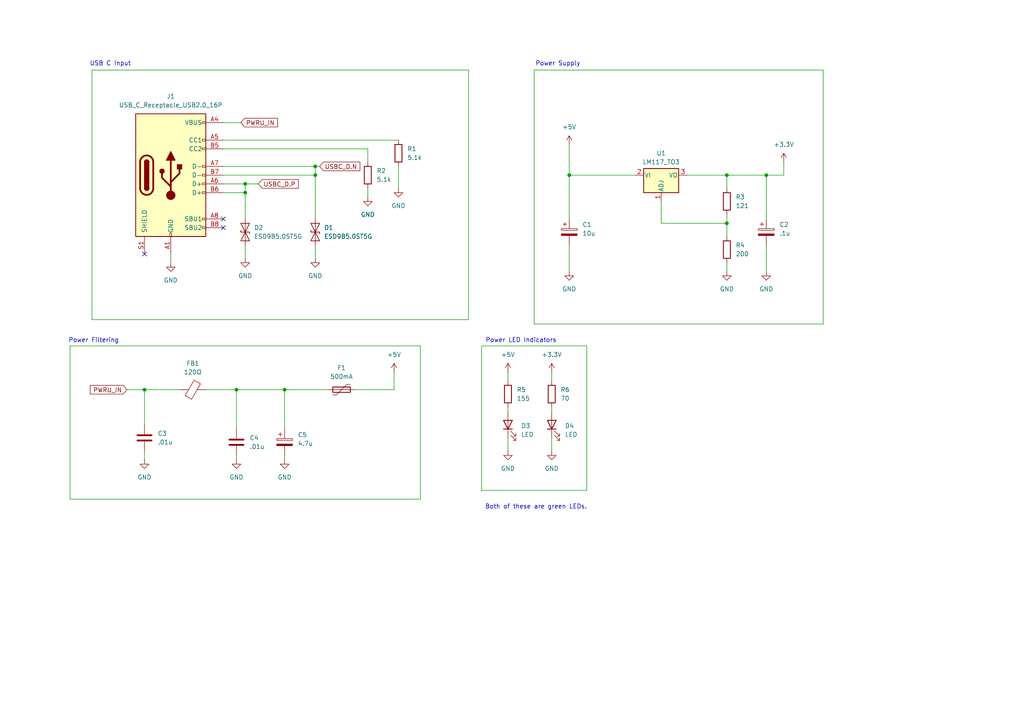
<source format=kicad_sch>
(kicad_sch (version 20250114) (generator "eeschema") (generator_version "9.0")
  (paper "A4")
  (lib_symbols
    (symbol "Connector:USB_C_Receptacle_USB2.0_16P" (pin_names (offset 1.016))
      (property "Reference" "J" (at 0 22.225 0))
      (property "Value" "USB_C_Receptacle_USB2.0_16P" (at 0 19.685 0))
      (symbol "USB_C_Receptacle_USB2.0_16P_0_0"
        (rectangle (start -0.254 -17.78) (end 0.254 -16.764))
        (rectangle (start 10.16 15.494) (end 9.144 14.986))
        (rectangle (start 10.16 10.414) (end 9.144 9.906))
        (rectangle (start 10.16 7.874) (end 9.144 7.366))
        (rectangle (start 10.16 2.794) (end 9.144 2.286))
        (rectangle (start 10.16 0.254) (end 9.144 -0.254))
        (rectangle (start 10.16 -2.286) (end 9.144 -2.794))
        (rectangle (start 10.16 -4.826) (end 9.144 -5.334))
        (rectangle (start 10.16 -12.446) (end 9.144 -12.954))
        (rectangle (start 10.16 -14.986) (end 9.144 -15.494))
      )
      (symbol "USB_C_Receptacle_USB2.0_16P_0_1"
        (rectangle (start -10.16 17.78) (end 10.16 -17.78) (stroke (width 0.254)) (fill (type background)))
        (polyline (pts (xy -8.89 -3.81) (xy -8.89 3.81)) (stroke (width 0.508)))
        (rectangle (start -7.62 -3.81) (end -6.35 3.81) (stroke (width 0.254)) (fill (type outline)))
        (arc (start -7.62 3.81) (mid -6.985 4.4423) (end -6.35 3.81) (stroke (width 0.254)))
        (arc (start -7.62 3.81) (mid -6.985 4.4423) (end -6.35 3.81) (stroke (width 0.254)) (fill (type outline)))
        (arc (start -8.89 3.81) (mid -6.985 5.7067) (end -5.08 3.81) (stroke (width 0.508)))
        (arc (start -5.08 -3.81) (mid -6.985 -5.7067) (end -8.89 -3.81) (stroke (width 0.508)))
        (arc (start -6.35 -3.81) (mid -6.985 -4.4423) (end -7.62 -3.81) (stroke (width 0.254)))
        (arc (start -6.35 -3.81) (mid -6.985 -4.4423) (end -7.62 -3.81) (stroke (width 0.254)) (fill (type outline)))
        (polyline (pts (xy -5.08 3.81) (xy -5.08 -3.81)) (stroke (width 0.508)))
        (circle (center -2.54 1.143) (radius 0.635) (stroke (width 0.254)) (fill (type outline)))
        (polyline (pts (xy -1.27 4.318) (xy 0 6.858) (xy 1.27 4.318) (xy -1.27 4.318)) (stroke (width 0.254)) (fill (type outline)))
        (polyline (pts (xy 0 -2.032) (xy 2.54 0.508) (xy 2.54 1.778)) (stroke (width 0.508)))
        (polyline (pts (xy 0 -3.302) (xy -2.54 -0.762) (xy -2.54 0.508)) (stroke (width 0.508)))
        (polyline (pts (xy 0 -5.842) (xy 0 4.318)) (stroke (width 0.508)))
        (circle (center 0 -5.842) (radius 1.27) (fill (type outline)))
        (rectangle (start 1.905 1.778) (end 3.175 3.048) (stroke (width 0.254)) (fill (type outline)))
      )
      (symbol "USB_C_Receptacle_USB2.0_16P_1_1"
        (pin passive line (at -7.62 -22.86 90) (length 5.08) (name "SHIELD") (number "S1"))
        (pin passive line (at 0 -22.86 90) (length 5.08) (name "GND") (number "A1"))
        (pin passive line (at 0 -22.86 90) (length 5.08) (hide yes) (name "GND") (number "A12"))
        (pin passive line (at 0 -22.86 90) (length 5.08) (hide yes) (name "GND") (number "B1"))
        (pin passive line (at 0 -22.86 90) (length 5.08) (hide yes) (name "GND") (number "B12"))
        (pin passive line (at 15.24 15.24 180) (length 5.08) (name "VBUS") (number "A4"))
        (pin passive line (at 15.24 15.24 180) (length 5.08) (hide yes) (name "VBUS") (number "A9"))
        (pin passive line (at 15.24 15.24 180) (length 5.08) (hide yes) (name "VBUS") (number "B4"))
        (pin passive line (at 15.24 15.24 180) (length 5.08) (hide yes) (name "VBUS") (number "B9"))
        (pin bidirectional line (at 15.24 10.16 180) (length 5.08) (name "CC1") (number "A5"))
        (pin bidirectional line (at 15.24 7.62 180) (length 5.08) (name "CC2") (number "B5"))
        (pin bidirectional line (at 15.24 2.54 180) (length 5.08) (name "D-") (number "A7"))
        (pin bidirectional line (at 15.24 0 180) (length 5.08) (name "D-") (number "B7"))
        (pin bidirectional line (at 15.24 -2.54 180) (length 5.08) (name "D+") (number "A6"))
        (pin bidirectional line (at 15.24 -5.08 180) (length 5.08) (name "D+") (number "B6"))
        (pin bidirectional line (at 15.24 -12.7 180) (length 5.08) (name "SBU1") (number "A8"))
        (pin bidirectional line (at 15.24 -15.24 180) (length 5.08) (name "SBU2") (number "B8"))
      )
    )
    (symbol "Device:C" (pin_numbers (hide yes)) (pin_names (offset 0.254))
      (property "Reference" "C" (at 0.635 2.54 0))
      (property "Value" "C" (at 0.635 -2.54 0))
      (symbol "C_0_1"
        (polyline (pts (xy -2.032 0.762) (xy 2.032 0.762)) (stroke (width 0.508)))
        (polyline (pts (xy -2.032 -0.762) (xy 2.032 -0.762)) (stroke (width 0.508)))
      )
      (symbol "C_1_1"
        (pin passive line (at 0 3.81 270) (length 2.794) (name "~") (number "1"))
        (pin passive line (at 0 -3.81 90) (length 2.794) (name "~") (number "2"))
      )
    )
    (symbol "Device:C_Polarized" (pin_numbers (hide yes)) (pin_names (offset 0.254))
      (property "Reference" "C" (at 0.635 2.54 0))
      (property "Value" "C_Polarized" (at 0.635 -2.54 0))
      (symbol "C_Polarized_0_1"
        (rectangle (start -2.286 0.508) (end 2.286 1.016))
        (polyline (pts (xy -1.778 2.286) (xy -0.762 2.286)))
        (polyline (pts (xy -1.27 2.794) (xy -1.27 1.778)))
        (rectangle (start 2.286 -0.508) (end -2.286 -1.016) (fill (type outline)))
      )
      (symbol "C_Polarized_1_1"
        (pin passive line (at 0 3.81 270) (length 2.794) (name "~") (number "1"))
        (pin passive line (at 0 -3.81 90) (length 2.794) (name "~") (number "2"))
      )
    )
    (symbol "Device:FerriteBead" (pin_numbers (hide yes)) (pin_names (offset 0))
      (property "Reference" "FB" (at -3.81 0.635 90))
      (property "Value" "FerriteBead" (at 3.81 0 90))
      (symbol "FerriteBead_0_1"
        (polyline (pts (xy -2.7686 0.4064) (xy -1.7018 2.2606) (xy 2.7686 -0.3048) (xy 1.6764 -2.159) (xy -2.7686 0.4064)))
        (polyline (pts (xy 0 1.27) (xy 0 1.2954)))
        (polyline (pts (xy 0 -1.27) (xy 0 -1.2192)))
      )
      (symbol "FerriteBead_1_1"
        (pin passive line (at 0 3.81 270) (length 2.54) (name "~") (number "1"))
        (pin passive line (at 0 -3.81 90) (length 2.54) (name "~") (number "2"))
      )
    )
    (symbol "Device:LED" (pin_numbers (hide yes)) (pin_names (offset 1.016) (hide yes))
      (property "Reference" "D" (at 0 2.54 0))
      (property "Value" "LED" (at 0 -2.54 0))
      (symbol "LED_0_1"
        (polyline (pts (xy -3.048 -0.762) (xy -4.572 -2.286) (xy -3.81 -2.286) (xy -4.572 -2.286) (xy -4.572 -1.524)))
        (polyline (pts (xy -1.778 -0.762) (xy -3.302 -2.286) (xy -2.54 -2.286) (xy -3.302 -2.286) (xy -3.302 -1.524)))
        (polyline (pts (xy -1.27 0) (xy 1.27 0)))
        (polyline (pts (xy -1.27 -1.27) (xy -1.27 1.27)) (stroke (width 0.254)))
        (polyline (pts (xy 1.27 -1.27) (xy 1.27 1.27) (xy -1.27 0) (xy 1.27 -1.27)) (stroke (width 0.254)))
      )
      (symbol "LED_1_1"
        (pin passive line (at -3.81 0 0) (length 2.54) (name "K") (number "1"))
        (pin passive line (at 3.81 0 180) (length 2.54) (name "A") (number "2"))
      )
    )
    (symbol "Device:Polyfuse" (pin_numbers (hide yes)) (pin_names (offset 0))
      (property "Reference" "F" (at -2.54 0 90))
      (property "Value" "Polyfuse" (at 2.54 0 90))
      (symbol "Polyfuse_0_1"
        (polyline (pts (xy -1.524 2.54) (xy -1.524 1.524) (xy 1.524 -1.524) (xy 1.524 -2.54)))
        (rectangle (start -0.762 2.54) (end 0.762 -2.54) (stroke (width 0.254)))
        (polyline (pts (xy 0 2.54) (xy 0 -2.54)))
      )
      (symbol "Polyfuse_1_1"
        (pin passive line (at 0 3.81 270) (length 1.27) (name "~") (number "1"))
        (pin passive line (at 0 -3.81 90) (length 1.27) (name "~") (number "2"))
      )
    )
    (symbol "Device:R" (pin_numbers (hide yes)) (pin_names (offset 0))
      (property "Reference" "R" (at 2.032 0 90))
      (property "Value" "R" (at 0 0 90))
      (symbol "R_0_1"
        (rectangle (start -1.016 -2.54) (end 1.016 2.54) (stroke (width 0.254)))
      )
      (symbol "R_1_1"
        (pin passive line (at 0 3.81 270) (length 1.27) (name "~") (number "1"))
        (pin passive line (at 0 -3.81 90) (length 1.27) (name "~") (number "2"))
      )
    )
    (symbol "Diode:ESD9B5.0ST5G" (pin_numbers (hide yes)) (pin_names (offset 1.016) (hide yes))
      (property "Reference" "D" (at 0 2.54 0))
      (property "Value" "ESD9B5.0ST5G" (at 0 -2.54 0))
      (symbol "ESD9B5.0ST5G_0_1"
        (polyline (pts (xy -2.54 -1.27) (xy 0 0) (xy -2.54 1.27) (xy -2.54 -1.27)) (stroke (width 0.2032)))
        (polyline (pts (xy 0.508 1.27) (xy 0 1.27) (xy 0 -1.27) (xy -0.508 -1.27)) (stroke (width 0.2032)))
        (polyline (pts (xy 1.27 0) (xy -1.27 0)))
        (polyline (pts (xy 2.54 1.27) (xy 2.54 -1.27) (xy 0 0) (xy 2.54 1.27)) (stroke (width 0.2032)))
      )
      (symbol "ESD9B5.0ST5G_1_1"
        (pin passive line (at -3.81 0 0) (length 2.54) (name "A1") (number "1"))
        (pin passive line (at 3.81 0 180) (length 2.54) (name "A2") (number "2"))
      )
    )
    (symbol "Regulator_Linear:LM117_TO3" (pin_names (offset 0.254))
      (property "Reference" "U" (at -3.81 3.175 0))
      (property "Value" "LM117_TO3" (at 0 3.175 0))
      (symbol "LM117_TO3_0_1"
        (rectangle (start -5.08 1.905) (end 5.08 -5.08) (stroke (width 0.254)) (fill (type background)))
      )
      (symbol "LM117_TO3_1_1"
        (pin power_in line (at -7.62 0 0) (length 2.54) (name "VI") (number "2"))
        (pin input line (at 0 -7.62 90) (length 2.54) (name "ADJ") (number "1"))
        (pin power_out line (at 7.62 0 180) (length 2.54) (name "VO") (number "3"))
      )
    )
    (symbol "power:+3.3V" (power) (pin_numbers (hide yes)) (pin_names (offset 0) (hide yes))
      (property "Value" "+3.3V" (at 0 3.556 0))
      (symbol "+3.3V_0_1"
        (polyline (pts (xy -0.762 1.27) (xy 0 2.54)))
        (polyline (pts (xy 0 2.54) (xy 0.762 1.27)))
        (polyline (pts (xy 0 0) (xy 0 2.54)))
      )
      (symbol "+3.3V_1_1"
        (pin power_in line (at 0 0 90) (length 0) (name "~") (number "1"))
      )
    )
    (symbol "power:+5V" (power) (pin_numbers (hide yes)) (pin_names (offset 0) (hide yes))
      (property "Value" "+5V" (at 0 3.556 0))
      (symbol "+5V_0_1"
        (polyline (pts (xy -0.762 1.27) (xy 0 2.54)))
        (polyline (pts (xy 0 2.54) (xy 0.762 1.27)))
        (polyline (pts (xy 0 0) (xy 0 2.54)))
      )
      (symbol "+5V_1_1"
        (pin power_in line (at 0 0 90) (length 0) (name "~") (number "1"))
      )
    )
    (symbol "power:GND" (power) (pin_numbers (hide yes)) (pin_names (offset 0) (hide yes))
      (property "Value" "GND" (at 0 -3.81 0))
      (symbol "GND_0_1"
        (polyline (pts (xy 0 0) (xy 0 -1.27) (xy 1.27 -1.27) (xy 0 -2.54) (xy -1.27 -1.27) (xy 0 -1.27)))
      )
      (symbol "GND_1_1"
        (pin power_in line (at 0 0 270) (length 0) (name "~") (number "1"))
      )
    )
  )
  (text "Power Supply\n" (at 161.798 18.542 0) (effects (font (size 1.27 1.27))))
  (text "USB C Input\n" (at 32.004 18.542 0) (effects (font (size 1.27 1.27))))
  (text "Both of these are green LEDs. " (at 155.956 147.066 0) (effects (font (size 1.27 1.27))))
  (text "Power LED Indicators" (at 151.13 98.806 0) (effects (font (size 1.27 1.27))))
  (text "Power Filtering\n" (at 27.178 98.806 0) (effects (font (size 1.27 1.27))))
  (junction (at 210.82 64.77))
  (junction (at 71.12 53.34))
  (junction (at 210.82 50.8))
  (junction (at 68.58 113.03))
  (junction (at 165.1 50.8))
  (junction (at 222.25 50.8))
  (junction (at 91.44 48.26))
  (junction (at 71.12 55.88))
  (junction (at 41.91 113.03))
  (junction (at 91.44 50.8))
  (junction (at 82.55 113.03))
  (no_connect (at 41.91 73.66))
  (no_connect (at 64.77 63.5))
  (no_connect (at 64.77 66.04))
  (wire (pts (xy 41.91 113.03) (xy 52.07 113.03)))
  (wire (pts (xy 64.77 35.56) (xy 69.85 35.56)))
  (wire (pts (xy 64.77 53.34) (xy 71.12 53.34)))
  (wire (pts (xy 91.44 50.8) (xy 91.44 63.5)))
  (wire (pts (xy 20.32 100.33) (xy 121.92 100.33)))
  (wire (pts (xy 210.82 50.8) (xy 199.39 50.8)))
  (wire (pts (xy 71.12 53.34) (xy 74.93 53.34)))
  (wire (pts (xy 82.55 124.46) (xy 82.55 113.03)))
  (wire (pts (xy 106.68 54.61) (xy 106.68 57.15)))
  (wire (pts (xy 106.68 46.99) (xy 106.68 43.18)))
  (wire (pts (xy 160.02 118.11) (xy 160.02 119.38)))
  (wire (pts (xy 26.67 92.71) (xy 26.67 20.32)))
  (wire (pts (xy 160.02 127) (xy 160.02 130.81)))
  (wire (pts (xy 210.82 64.77) (xy 210.82 68.58)))
  (wire (pts (xy 154.94 93.98) (xy 154.94 20.32)))
  (wire (pts (xy 139.7 142.24) (xy 139.7 100.33)))
  (wire (pts (xy 170.18 142.24) (xy 139.7 142.24)))
  (wire (pts (xy 147.32 107.95) (xy 147.32 110.49)))
  (wire (pts (xy 191.77 64.77) (xy 210.82 64.77)))
  (wire (pts (xy 222.25 50.8) (xy 222.25 63.5)))
  (wire (pts (xy 64.77 48.26) (xy 91.44 48.26)))
  (wire (pts (xy 41.91 113.03) (xy 41.91 123.19)))
  (wire (pts (xy 106.68 43.18) (xy 64.77 43.18)))
  (wire (pts (xy 210.82 54.61) (xy 210.82 50.8)))
  (wire (pts (xy 36.83 113.03) (xy 41.91 113.03)))
  (wire (pts (xy 121.92 100.33) (xy 121.92 144.78)))
  (wire (pts (xy 135.89 20.32) (xy 135.89 92.71)))
  (wire (pts (xy 114.3 113.03) (xy 114.3 107.95)))
  (wire (pts (xy 71.12 55.88) (xy 71.12 53.34)))
  (wire (pts (xy 170.18 100.33) (xy 170.18 142.24)))
  (wire (pts (xy 20.32 144.78) (xy 20.32 100.33)))
  (wire (pts (xy 227.33 46.99) (xy 227.33 50.8)))
  (wire (pts (xy 102.87 113.03) (xy 114.3 113.03)))
  (wire (pts (xy 49.53 73.66) (xy 49.53 76.2)))
  (wire (pts (xy 41.91 130.81) (xy 41.91 133.35)))
  (wire (pts (xy 82.55 113.03) (xy 68.58 113.03)))
  (wire (pts (xy 91.44 71.12) (xy 91.44 74.93)))
  (wire (pts (xy 238.76 20.32) (xy 238.76 93.98)))
  (wire (pts (xy 91.44 48.26) (xy 92.71 48.26)))
  (wire (pts (xy 26.67 20.32) (xy 135.89 20.32)))
  (wire (pts (xy 91.44 50.8) (xy 91.44 48.26)))
  (wire (pts (xy 210.82 76.2) (xy 210.82 78.74)))
  (wire (pts (xy 68.58 113.03) (xy 59.69 113.03)))
  (wire (pts (xy 64.77 55.88) (xy 71.12 55.88)))
  (wire (pts (xy 160.02 107.95) (xy 160.02 110.49)))
  (wire (pts (xy 82.55 132.08) (xy 82.55 133.35)))
  (wire (pts (xy 68.58 132.08) (xy 68.58 133.35)))
  (wire (pts (xy 222.25 50.8) (xy 210.82 50.8)))
  (wire (pts (xy 121.92 144.78) (xy 20.32 144.78)))
  (wire (pts (xy 165.1 41.91) (xy 165.1 50.8)))
  (wire (pts (xy 210.82 62.23) (xy 210.82 64.77)))
  (wire (pts (xy 147.32 118.11) (xy 147.32 119.38)))
  (wire (pts (xy 82.55 113.03) (xy 95.25 113.03)))
  (wire (pts (xy 135.89 92.71) (xy 26.67 92.71)))
  (wire (pts (xy 64.77 50.8) (xy 91.44 50.8)))
  (wire (pts (xy 154.94 20.32) (xy 238.76 20.32)))
  (wire (pts (xy 165.1 71.12) (xy 165.1 78.74)))
  (wire (pts (xy 165.1 50.8) (xy 184.15 50.8)))
  (wire (pts (xy 64.77 40.64) (xy 115.57 40.64)))
  (wire (pts (xy 227.33 50.8) (xy 222.25 50.8)))
  (wire (pts (xy 191.77 58.42) (xy 191.77 64.77)))
  (wire (pts (xy 139.7 100.33) (xy 170.18 100.33)))
  (wire (pts (xy 71.12 55.88) (xy 71.12 63.5)))
  (wire (pts (xy 71.12 71.12) (xy 71.12 74.93)))
  (wire (pts (xy 222.25 71.12) (xy 222.25 78.74)))
  (wire (pts (xy 147.32 127) (xy 147.32 130.81)))
  (wire (pts (xy 238.76 93.98) (xy 154.94 93.98)))
  (wire (pts (xy 165.1 50.8) (xy 165.1 63.5)))
  (wire (pts (xy 68.58 124.46) (xy 68.58 113.03)))
  (wire (pts (xy 115.57 48.26) (xy 115.57 54.61)))
  (global_label "USBC_D.N" (shape input) (at 92.71 48.26 0) (property "Intersheetrefs" "${INTERSHEET_REFS}" (effects (hide yes))))
  (global_label "PWRU_IN" (shape input) (at 36.83 113.03 180) (property "Intersheetrefs" "${INTERSHEET_REFS}" (effects (hide yes))))
  (global_label "USBC_D.P" (shape input) (at 74.93 53.34 0) (property "Intersheetrefs" "${INTERSHEET_REFS}" (effects (hide yes))))
  (global_label "PWRU_IN" (shape input) (at 69.85 35.56 0) (property "Intersheetrefs" "${INTERSHEET_REFS}" (effects (hide yes))))
  (symbol (lib_id "power:+3.3V") (at 227.33 46.99 0) (unit 1)
    (property "Reference" "#PWR06" (effects (hide yes)))
    (property "Value" "+3.3V" (at 227.33 41.91 0))
    (property "Description" "Power symbol creates a global label with name \"+3.3V\"" (effects (hide yes)))
  )
  (symbol (lib_id "Device:Polyfuse") (at 99.06 113.03 90) (unit 1)
    (property "Reference" "F1" (at 99.06 106.68 90))
    (property "Value" "500mA" (at 99.06 109.22 90))
    (property "Description" "Resettable fuse, polymeric positive temperature coefficient" (effects (hide yes)))
  )
  (symbol (lib_id "power:GND") (at 49.53 76.2 0) (unit 1)
    (property "Reference" "#PWR05" (effects (hide yes)))
    (property "Value" "GND" (at 49.53 81.28 0))
    (property "Description" "Power symbol creates a global label with name \"GND\" , ground" (effects (hide yes)))
  )
  (symbol (lib_id "power:GND") (at 115.57 54.61 0) (unit 1)
    (property "Reference" "#PWR02" (effects (hide yes)))
    (property "Value" "GND" (at 115.57 59.69 0))
    (property "Description" "Power symbol creates a global label with name \"GND\" , ground" (effects (hide yes)))
  )
  (symbol (lib_id "power:+5V") (at 165.1 41.91 0) (unit 1)
    (property "Reference" "#PWR07" (effects (hide yes)))
    (property "Value" "+5V" (at 165.1 36.83 0))
    (property "Description" "Power symbol creates a global label with name \"+5V\"" (effects (hide yes)))
  )
  (symbol (lib_id "Device:LED") (at 147.32 123.19 90) (unit 1)
    (property "Reference" "D3" (at 151.13 123.5074 90) (effects (justify right)))
    (property "Value" "LED" (at 151.13 126.0474 90) (effects (justify right)))
    (property "Description" "Light emitting diode" (effects (hide yes)))
    (property "Sim.Pins" "1=K 2=A" (effects (hide yes)))
  )
  (symbol (lib_id "Device:C") (at 41.91 127 0) (unit 1)
    (property "Reference" "C3" (at 45.72 125.7299 0) (effects (justify left)))
    (property "Value" ".01u" (at 45.72 128.2699 0) (effects (justify left)))
    (property "Description" "Unpolarized capacitor" (effects (hide yes)))
  )
  (symbol (lib_id "power:GND") (at 222.25 78.74 0) (unit 1)
    (property "Reference" "#PWR010" (effects (hide yes)))
    (property "Value" "GND" (at 222.25 83.82 0))
    (property "Description" "Power symbol creates a global label with name \"GND\" , ground" (effects (hide yes)))
  )
  (symbol (lib_id "power:GND") (at 68.58 133.35 0) (unit 1)
    (property "Reference" "#PWR012" (effects (hide yes)))
    (property "Value" "GND" (at 68.58 138.43 0))
    (property "Description" "Power symbol creates a global label with name \"GND\" , ground" (effects (hide yes)))
  )
  (symbol (lib_id "Device:C_Polarized") (at 222.25 67.31 0) (unit 1)
    (property "Reference" "C2" (at 226.06 65.1509 0) (effects (justify left)))
    (property "Value" ".1u" (at 226.06 67.6909 0) (effects (justify left)))
    (property "Description" "Polarized capacitor" (effects (hide yes)))
  )
  (symbol (lib_id "power:GND") (at 91.44 74.93 0) (unit 1)
    (property "Reference" "#PWR04" (effects (hide yes)))
    (property "Value" "GND" (at 91.44 80.01 0))
    (property "Description" "Power symbol creates a global label with name \"GND\" , ground" (effects (hide yes)))
  )
  (symbol (lib_id "Diode:ESD9B5.0ST5G") (at 71.12 67.31 90) (unit 1)
    (property "Reference" "D2" (at 73.66 66.0399 90) (effects (justify right)))
    (property "Value" "ESD9B5.0ST5G" (at 73.66 68.5799 90) (effects (justify right)))
    (property "Footprint" "Diode_SMD:D_SOD-923" (effects (hide yes)))
    (property "Datasheet" "https://www.onsemi.com/pub/Collateral/ESD9B-D.PDF" (effects (hide yes)))
    (property "Description" "ESD protection diode, 5.0Vrwm, SOD-923" (effects (hide yes)))
  )
  (symbol (lib_id "power:+5V") (at 114.3 107.95 0) (unit 1)
    (property "Reference" "#PWR014" (effects (hide yes)))
    (property "Value" "+5V" (at 114.3 102.87 0))
    (property "Description" "Power symbol creates a global label with name \"+5V\"" (effects (hide yes)))
  )
  (symbol (lib_id "power:GND") (at 71.12 74.93 0) (unit 1)
    (property "Reference" "#PWR03" (effects (hide yes)))
    (property "Value" "GND" (at 71.12 80.01 0))
    (property "Description" "Power symbol creates a global label with name \"GND\" , ground" (effects (hide yes)))
  )
  (symbol (lib_id "Device:C") (at 68.58 128.27 0) (unit 1)
    (property "Reference" "C4" (at 72.39 126.9999 0) (effects (justify left)))
    (property "Value" ".01u" (at 72.39 129.5399 0) (effects (justify left)))
    (property "Description" "Unpolarized capacitor" (effects (hide yes)))
  )
  (symbol (lib_id "power:GND") (at 41.91 133.35 0) (unit 1)
    (property "Reference" "#PWR011" (effects (hide yes)))
    (property "Value" "GND" (at 41.91 138.43 0))
    (property "Description" "Power symbol creates a global label with name \"GND\" , ground" (effects (hide yes)))
  )
  (symbol (lib_id "Device:LED") (at 160.02 123.19 90) (unit 1)
    (property "Reference" "D4" (at 163.83 123.5074 90) (effects (justify right)))
    (property "Value" "LED" (at 163.83 126.0474 90) (effects (justify right)))
    (property "Description" "Light emitting diode" (effects (hide yes)))
    (property "Sim.Pins" "1=K 2=A" (effects (hide yes)))
  )
  (symbol (lib_id "Regulator_Linear:LM117_TO3") (at 191.77 50.8 0) (unit 1)
    (property "Reference" "U1" (at 191.77 44.45 0))
    (property "Value" "LM117_TO3" (at 191.77 46.99 0))
    (property "Footprint" "Package_TO_SOT_THT:TO-3" (effects (hide yes)))
    (property "Datasheet" "http://www.ti.com/lit/ds/symlink/lm317.pdf" (effects (hide yes)))
    (property "Description" "1,5A 35V Adjustable Linear Regulator, TO-3" (effects (hide yes)))
  )
  (symbol (lib_id "power:GND") (at 165.1 78.74 0) (unit 1)
    (property "Reference" "#PWR09" (effects (hide yes)))
    (property "Value" "GND" (at 165.1 83.82 0))
    (property "Description" "Power symbol creates a global label with name \"GND\" , ground" (effects (hide yes)))
  )
  (symbol (lib_id "Connector:USB_C_Receptacle_USB2.0_16P") (at 49.53 50.8 0) (unit 1)
    (property "Reference" "J1" (at 49.53 27.94 0))
    (property "Value" "USB_C_Receptacle_USB2.0_16P" (at 49.53 30.48 0))
    (property "Datasheet" "https://www.usb.org/sites/default/files/documents/usb_type-c.zip" (effects (hide yes)))
    (property "Description" "USB 2.0-only 16P Type-C Receptacle connector" (effects (hide yes)))
  )
  (symbol (lib_id "power:GND") (at 147.32 130.81 0) (unit 1)
    (property "Reference" "#PWR016" (effects (hide yes)))
    (property "Value" "GND" (at 147.32 135.89 0))
    (property "Description" "Power symbol creates a global label with name \"GND\" , ground" (effects (hide yes)))
  )
  (symbol (lib_id "Device:R") (at 115.57 44.45 0) (unit 1)
    (property "Reference" "R1" (at 118.11 43.1799 0) (effects (justify left)))
    (property "Value" "5.1k" (at 118.11 45.7199 0) (effects (justify left)))
    (property "Description" "Resistor" (effects (hide yes)))
  )
  (symbol (lib_id "Device:C_Polarized") (at 165.1 67.31 0) (unit 1)
    (property "Reference" "C1" (at 168.91 65.1509 0) (effects (justify left)))
    (property "Value" "10u" (at 168.91 67.6909 0) (effects (justify left)))
    (property "Description" "Polarized capacitor" (effects (hide yes)))
  )
  (symbol (lib_id "power:GND") (at 82.55 133.35 0) (unit 1)
    (property "Reference" "#PWR013" (effects (hide yes)))
    (property "Value" "GND" (at 82.55 138.43 0))
    (property "Description" "Power symbol creates a global label with name \"GND\" , ground" (effects (hide yes)))
  )
  (symbol (lib_id "power:+3.3V") (at 160.02 107.95 0) (unit 1)
    (property "Reference" "#PWR017" (effects (hide yes)))
    (property "Value" "+3.3V" (at 160.02 102.87 0))
    (property "Description" "Power symbol creates a global label with name \"+3.3V\"" (effects (hide yes)))
  )
  (symbol (lib_id "power:+5V") (at 147.32 107.95 0) (unit 1)
    (property "Reference" "#PWR015" (effects (hide yes)))
    (property "Value" "+5V" (at 147.32 102.87 0))
    (property "Description" "Power symbol creates a global label with name \"+5V\"" (effects (hide yes)))
  )
  (symbol (lib_id "Device:C_Polarized") (at 82.55 128.27 0) (unit 1)
    (property "Reference" "C5" (at 86.36 126.1109 0) (effects (justify left)))
    (property "Value" "4.7u" (at 86.36 128.6509 0) (effects (justify left)))
    (property "Description" "Polarized capacitor" (effects (hide yes)))
  )
  (symbol (lib_id "power:GND") (at 160.02 130.81 0) (unit 1)
    (property "Reference" "#PWR018" (effects (hide yes)))
    (property "Value" "GND" (at 160.02 135.89 0))
    (property "Description" "Power symbol creates a global label with name \"GND\" , ground" (effects (hide yes)))
  )
  (symbol (lib_id "Device:R") (at 210.82 58.42 0) (unit 1)
    (property "Reference" "R3" (at 213.36 57.1499 0) (effects (justify left)))
    (property "Value" "121" (at 213.36 59.6899 0) (effects (justify left)))
    (property "Description" "Resistor" (effects (hide yes)))
  )
  (symbol (lib_id "Diode:ESD9B5.0ST5G") (at 91.44 67.31 90) (unit 1)
    (property "Reference" "D1" (at 93.98 66.0399 90) (effects (justify right)))
    (property "Value" "ESD9B5.0ST5G" (at 93.98 68.5799 90) (effects (justify right)))
    (property "Footprint" "Diode_SMD:D_SOD-923" (effects (hide yes)))
    (property "Datasheet" "https://www.onsemi.com/pub/Collateral/ESD9B-D.PDF" (effects (hide yes)))
    (property "Description" "ESD protection diode, 5.0Vrwm, SOD-923" (effects (hide yes)))
  )
  (symbol (lib_id "Device:R") (at 160.02 114.3 0) (unit 1)
    (property "Reference" "R6" (at 162.56 113.0299 0) (effects (justify left)))
    (property "Value" "70" (at 162.56 115.5699 0) (effects (justify left)))
    (property "Description" "Resistor" (effects (hide yes)))
  )
  (symbol (lib_id "Device:R") (at 147.32 114.3 0) (unit 1)
    (property "Reference" "R5" (at 149.86 113.0299 0) (effects (justify left)))
    (property "Value" "155" (at 149.86 115.5699 0) (effects (justify left)))
    (property "Description" "Resistor" (effects (hide yes)))
  )
  (symbol (lib_id "power:GND") (at 210.82 78.74 0) (unit 1)
    (property "Reference" "#PWR08" (effects (hide yes)))
    (property "Value" "GND" (at 210.82 83.82 0))
    (property "Description" "Power symbol creates a global label with name \"GND\" , ground" (effects (hide yes)))
  )
  (symbol (lib_id "Device:FerriteBead") (at 55.88 113.03 270) (unit 1)
    (property "Reference" "FB1" (at 55.9308 105.41 90))
    (property "Value" "120Ω" (at 55.9308 107.95 90))
    (property "Description" "Ferrite bead" (effects (hide yes)))
  )
  (symbol (lib_id "Device:R") (at 210.82 72.39 0) (unit 1)
    (property "Reference" "R4" (at 213.36 71.1199 0) (effects (justify left)))
    (property "Value" "200" (at 213.36 73.6599 0) (effects (justify left)))
    (property "Description" "Resistor" (effects (hide yes)))
  )
  (symbol (lib_id "power:GND") (at 106.68 57.15 0) (unit 1)
    (property "Reference" "#PWR01" (effects (hide yes)))
    (property "Value" "GND" (at 106.68 62.23 0))
    (property "Description" "Power symbol creates a global label with name \"GND\" , ground" (effects (hide yes)))
  )
  (symbol (lib_id "Device:R") (at 106.68 50.8 0) (unit 1)
    (property "Reference" "R2" (at 109.22 49.5299 0) (effects (justify left)))
    (property "Value" "5.1k" (at 109.22 52.0699 0) (effects (justify left)))
    (property "Description" "Resistor" (effects (hide yes)))
  )
)
</source>
